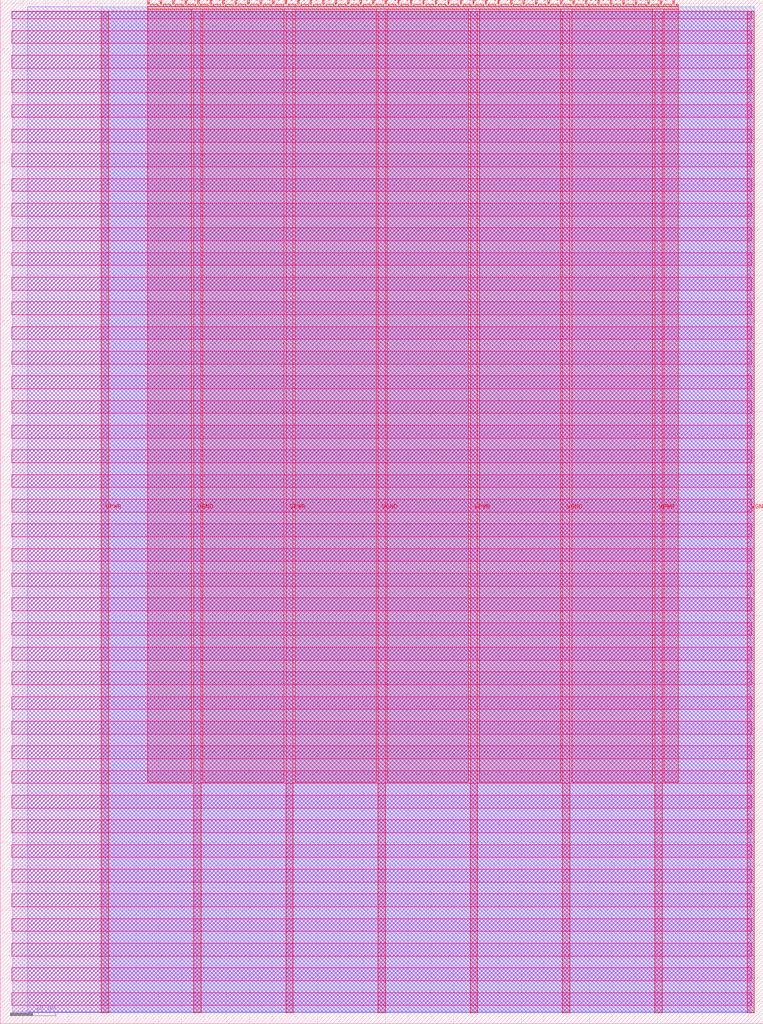
<source format=lef>
VERSION 5.7 ;
  NOWIREEXTENSIONATPIN ON ;
  DIVIDERCHAR "/" ;
  BUSBITCHARS "[]" ;
MACRO tt_um_tiny_game_of_life_dup
  CLASS BLOCK ;
  FOREIGN tt_um_tiny_game_of_life_dup ;
  ORIGIN 0.000 0.000 ;
  SIZE 168.360 BY 225.760 ;
  PIN VGND
    DIRECTION INOUT ;
    USE GROUND ;
    PORT
      LAYER met4 ;
        RECT 42.670 2.480 44.270 223.280 ;
    END
    PORT
      LAYER met4 ;
        RECT 83.380 2.480 84.980 223.280 ;
    END
    PORT
      LAYER met4 ;
        RECT 124.090 2.480 125.690 223.280 ;
    END
    PORT
      LAYER met4 ;
        RECT 164.800 2.480 166.400 223.280 ;
    END
  END VGND
  PIN VPWR
    DIRECTION INOUT ;
    USE POWER ;
    PORT
      LAYER met4 ;
        RECT 22.315 2.480 23.915 223.280 ;
    END
    PORT
      LAYER met4 ;
        RECT 63.025 2.480 64.625 223.280 ;
    END
    PORT
      LAYER met4 ;
        RECT 103.735 2.480 105.335 223.280 ;
    END
    PORT
      LAYER met4 ;
        RECT 144.445 2.480 146.045 223.280 ;
    END
  END VPWR
  PIN clk
    DIRECTION INPUT ;
    USE SIGNAL ;
    ANTENNAGATEAREA 0.852000 ;
    PORT
      LAYER met4 ;
        RECT 145.670 224.760 145.970 225.760 ;
    END
  END clk
  PIN ena
    DIRECTION INPUT ;
    USE SIGNAL ;
    PORT
      LAYER met4 ;
        RECT 148.430 224.760 148.730 225.760 ;
    END
  END ena
  PIN rst_n
    DIRECTION INPUT ;
    USE SIGNAL ;
    ANTENNAGATEAREA 0.213000 ;
    PORT
      LAYER met4 ;
        RECT 142.910 224.760 143.210 225.760 ;
    END
  END rst_n
  PIN ui_in[0]
    DIRECTION INPUT ;
    USE SIGNAL ;
    ANTENNAGATEAREA 0.196500 ;
    PORT
      LAYER met4 ;
        RECT 140.150 224.760 140.450 225.760 ;
    END
  END ui_in[0]
  PIN ui_in[1]
    DIRECTION INPUT ;
    USE SIGNAL ;
    ANTENNAGATEAREA 0.213000 ;
    PORT
      LAYER met4 ;
        RECT 137.390 224.760 137.690 225.760 ;
    END
  END ui_in[1]
  PIN ui_in[2]
    DIRECTION INPUT ;
    USE SIGNAL ;
    PORT
      LAYER met4 ;
        RECT 134.630 224.760 134.930 225.760 ;
    END
  END ui_in[2]
  PIN ui_in[3]
    DIRECTION INPUT ;
    USE SIGNAL ;
    PORT
      LAYER met4 ;
        RECT 131.870 224.760 132.170 225.760 ;
    END
  END ui_in[3]
  PIN ui_in[4]
    DIRECTION INPUT ;
    USE SIGNAL ;
    PORT
      LAYER met4 ;
        RECT 129.110 224.760 129.410 225.760 ;
    END
  END ui_in[4]
  PIN ui_in[5]
    DIRECTION INPUT ;
    USE SIGNAL ;
    PORT
      LAYER met4 ;
        RECT 126.350 224.760 126.650 225.760 ;
    END
  END ui_in[5]
  PIN ui_in[6]
    DIRECTION INPUT ;
    USE SIGNAL ;
    PORT
      LAYER met4 ;
        RECT 123.590 224.760 123.890 225.760 ;
    END
  END ui_in[6]
  PIN ui_in[7]
    DIRECTION INPUT ;
    USE SIGNAL ;
    PORT
      LAYER met4 ;
        RECT 120.830 224.760 121.130 225.760 ;
    END
  END ui_in[7]
  PIN uio_in[0]
    DIRECTION INPUT ;
    USE SIGNAL ;
    PORT
      LAYER met4 ;
        RECT 118.070 224.760 118.370 225.760 ;
    END
  END uio_in[0]
  PIN uio_in[1]
    DIRECTION INPUT ;
    USE SIGNAL ;
    PORT
      LAYER met4 ;
        RECT 115.310 224.760 115.610 225.760 ;
    END
  END uio_in[1]
  PIN uio_in[2]
    DIRECTION INPUT ;
    USE SIGNAL ;
    PORT
      LAYER met4 ;
        RECT 112.550 224.760 112.850 225.760 ;
    END
  END uio_in[2]
  PIN uio_in[3]
    DIRECTION INPUT ;
    USE SIGNAL ;
    PORT
      LAYER met4 ;
        RECT 109.790 224.760 110.090 225.760 ;
    END
  END uio_in[3]
  PIN uio_in[4]
    DIRECTION INPUT ;
    USE SIGNAL ;
    PORT
      LAYER met4 ;
        RECT 107.030 224.760 107.330 225.760 ;
    END
  END uio_in[4]
  PIN uio_in[5]
    DIRECTION INPUT ;
    USE SIGNAL ;
    PORT
      LAYER met4 ;
        RECT 104.270 224.760 104.570 225.760 ;
    END
  END uio_in[5]
  PIN uio_in[6]
    DIRECTION INPUT ;
    USE SIGNAL ;
    PORT
      LAYER met4 ;
        RECT 101.510 224.760 101.810 225.760 ;
    END
  END uio_in[6]
  PIN uio_in[7]
    DIRECTION INPUT ;
    USE SIGNAL ;
    PORT
      LAYER met4 ;
        RECT 98.750 224.760 99.050 225.760 ;
    END
  END uio_in[7]
  PIN uio_oe[0]
    DIRECTION OUTPUT TRISTATE ;
    USE SIGNAL ;
    PORT
      LAYER met4 ;
        RECT 51.830 224.760 52.130 225.760 ;
    END
  END uio_oe[0]
  PIN uio_oe[1]
    DIRECTION OUTPUT TRISTATE ;
    USE SIGNAL ;
    PORT
      LAYER met4 ;
        RECT 49.070 224.760 49.370 225.760 ;
    END
  END uio_oe[1]
  PIN uio_oe[2]
    DIRECTION OUTPUT TRISTATE ;
    USE SIGNAL ;
    PORT
      LAYER met4 ;
        RECT 46.310 224.760 46.610 225.760 ;
    END
  END uio_oe[2]
  PIN uio_oe[3]
    DIRECTION OUTPUT TRISTATE ;
    USE SIGNAL ;
    PORT
      LAYER met4 ;
        RECT 43.550 224.760 43.850 225.760 ;
    END
  END uio_oe[3]
  PIN uio_oe[4]
    DIRECTION OUTPUT TRISTATE ;
    USE SIGNAL ;
    PORT
      LAYER met4 ;
        RECT 40.790 224.760 41.090 225.760 ;
    END
  END uio_oe[4]
  PIN uio_oe[5]
    DIRECTION OUTPUT TRISTATE ;
    USE SIGNAL ;
    PORT
      LAYER met4 ;
        RECT 38.030 224.760 38.330 225.760 ;
    END
  END uio_oe[5]
  PIN uio_oe[6]
    DIRECTION OUTPUT TRISTATE ;
    USE SIGNAL ;
    PORT
      LAYER met4 ;
        RECT 35.270 224.760 35.570 225.760 ;
    END
  END uio_oe[6]
  PIN uio_oe[7]
    DIRECTION OUTPUT TRISTATE ;
    USE SIGNAL ;
    PORT
      LAYER met4 ;
        RECT 32.510 224.760 32.810 225.760 ;
    END
  END uio_oe[7]
  PIN uio_out[0]
    DIRECTION OUTPUT TRISTATE ;
    USE SIGNAL ;
    PORT
      LAYER met4 ;
        RECT 73.910 224.760 74.210 225.760 ;
    END
  END uio_out[0]
  PIN uio_out[1]
    DIRECTION OUTPUT TRISTATE ;
    USE SIGNAL ;
    PORT
      LAYER met4 ;
        RECT 71.150 224.760 71.450 225.760 ;
    END
  END uio_out[1]
  PIN uio_out[2]
    DIRECTION OUTPUT TRISTATE ;
    USE SIGNAL ;
    PORT
      LAYER met4 ;
        RECT 68.390 224.760 68.690 225.760 ;
    END
  END uio_out[2]
  PIN uio_out[3]
    DIRECTION OUTPUT TRISTATE ;
    USE SIGNAL ;
    PORT
      LAYER met4 ;
        RECT 65.630 224.760 65.930 225.760 ;
    END
  END uio_out[3]
  PIN uio_out[4]
    DIRECTION OUTPUT TRISTATE ;
    USE SIGNAL ;
    PORT
      LAYER met4 ;
        RECT 62.870 224.760 63.170 225.760 ;
    END
  END uio_out[4]
  PIN uio_out[5]
    DIRECTION OUTPUT TRISTATE ;
    USE SIGNAL ;
    PORT
      LAYER met4 ;
        RECT 60.110 224.760 60.410 225.760 ;
    END
  END uio_out[5]
  PIN uio_out[6]
    DIRECTION OUTPUT TRISTATE ;
    USE SIGNAL ;
    PORT
      LAYER met4 ;
        RECT 57.350 224.760 57.650 225.760 ;
    END
  END uio_out[6]
  PIN uio_out[7]
    DIRECTION OUTPUT TRISTATE ;
    USE SIGNAL ;
    PORT
      LAYER met4 ;
        RECT 54.590 224.760 54.890 225.760 ;
    END
  END uio_out[7]
  PIN uo_out[0]
    DIRECTION OUTPUT TRISTATE ;
    USE SIGNAL ;
    ANTENNADIFFAREA 0.795200 ;
    PORT
      LAYER met4 ;
        RECT 95.990 224.760 96.290 225.760 ;
    END
  END uo_out[0]
  PIN uo_out[1]
    DIRECTION OUTPUT TRISTATE ;
    USE SIGNAL ;
    ANTENNAGATEAREA 0.873000 ;
    ANTENNADIFFAREA 0.891000 ;
    PORT
      LAYER met4 ;
        RECT 93.230 224.760 93.530 225.760 ;
    END
  END uo_out[1]
  PIN uo_out[2]
    DIRECTION OUTPUT TRISTATE ;
    USE SIGNAL ;
    ANTENNAGATEAREA 0.868500 ;
    ANTENNADIFFAREA 0.891000 ;
    PORT
      LAYER met4 ;
        RECT 90.470 224.760 90.770 225.760 ;
    END
  END uo_out[2]
  PIN uo_out[3]
    DIRECTION OUTPUT TRISTATE ;
    USE SIGNAL ;
    ANTENNAGATEAREA 0.373500 ;
    ANTENNADIFFAREA 0.891000 ;
    PORT
      LAYER met4 ;
        RECT 87.710 224.760 88.010 225.760 ;
    END
  END uo_out[3]
  PIN uo_out[4]
    DIRECTION OUTPUT TRISTATE ;
    USE SIGNAL ;
    ANTENNAGATEAREA 0.378000 ;
    ANTENNADIFFAREA 0.891000 ;
    PORT
      LAYER met4 ;
        RECT 84.950 224.760 85.250 225.760 ;
    END
  END uo_out[4]
  PIN uo_out[5]
    DIRECTION OUTPUT TRISTATE ;
    USE SIGNAL ;
    ANTENNAGATEAREA 0.373500 ;
    ANTENNADIFFAREA 0.891000 ;
    PORT
      LAYER met4 ;
        RECT 82.190 224.760 82.490 225.760 ;
    END
  END uo_out[5]
  PIN uo_out[6]
    DIRECTION OUTPUT TRISTATE ;
    USE SIGNAL ;
    ANTENNAGATEAREA 0.373500 ;
    ANTENNADIFFAREA 0.891000 ;
    PORT
      LAYER met4 ;
        RECT 79.430 224.760 79.730 225.760 ;
    END
  END uo_out[6]
  PIN uo_out[7]
    DIRECTION OUTPUT TRISTATE ;
    USE SIGNAL ;
    ANTENNAGATEAREA 0.373500 ;
    ANTENNADIFFAREA 0.891000 ;
    PORT
      LAYER met4 ;
        RECT 76.670 224.760 76.970 225.760 ;
    END
  END uo_out[7]
  OBS
      LAYER nwell ;
        RECT 2.570 221.625 165.790 223.230 ;
        RECT 2.570 216.185 165.790 219.015 ;
        RECT 2.570 210.745 165.790 213.575 ;
        RECT 2.570 205.305 165.790 208.135 ;
        RECT 2.570 199.865 165.790 202.695 ;
        RECT 2.570 194.425 165.790 197.255 ;
        RECT 2.570 188.985 165.790 191.815 ;
        RECT 2.570 183.545 165.790 186.375 ;
        RECT 2.570 178.105 165.790 180.935 ;
        RECT 2.570 172.665 165.790 175.495 ;
        RECT 2.570 167.225 165.790 170.055 ;
        RECT 2.570 161.785 165.790 164.615 ;
        RECT 2.570 156.345 165.790 159.175 ;
        RECT 2.570 150.905 165.790 153.735 ;
        RECT 2.570 145.465 165.790 148.295 ;
        RECT 2.570 140.025 165.790 142.855 ;
        RECT 2.570 134.585 165.790 137.415 ;
        RECT 2.570 129.145 165.790 131.975 ;
        RECT 2.570 123.705 165.790 126.535 ;
        RECT 2.570 118.265 165.790 121.095 ;
        RECT 2.570 112.825 165.790 115.655 ;
        RECT 2.570 107.385 165.790 110.215 ;
        RECT 2.570 101.945 165.790 104.775 ;
        RECT 2.570 96.505 165.790 99.335 ;
        RECT 2.570 91.065 165.790 93.895 ;
        RECT 2.570 85.625 165.790 88.455 ;
        RECT 2.570 80.185 165.790 83.015 ;
        RECT 2.570 74.745 165.790 77.575 ;
        RECT 2.570 69.305 165.790 72.135 ;
        RECT 2.570 63.865 165.790 66.695 ;
        RECT 2.570 58.425 165.790 61.255 ;
        RECT 2.570 52.985 165.790 55.815 ;
        RECT 2.570 47.545 165.790 50.375 ;
        RECT 2.570 42.105 165.790 44.935 ;
        RECT 2.570 36.665 165.790 39.495 ;
        RECT 2.570 31.225 165.790 34.055 ;
        RECT 2.570 25.785 165.790 28.615 ;
        RECT 2.570 20.345 165.790 23.175 ;
        RECT 2.570 14.905 165.790 17.735 ;
        RECT 2.570 9.465 165.790 12.295 ;
        RECT 2.570 4.025 165.790 6.855 ;
      LAYER li1 ;
        RECT 2.760 2.635 165.600 223.125 ;
      LAYER met1 ;
        RECT 2.760 2.480 166.400 223.280 ;
      LAYER met2 ;
        RECT 6.080 2.535 166.370 224.245 ;
      LAYER met3 ;
        RECT 22.325 2.555 166.390 224.225 ;
      LAYER met4 ;
        RECT 33.210 224.360 34.870 224.760 ;
        RECT 35.970 224.360 37.630 224.760 ;
        RECT 38.730 224.360 40.390 224.760 ;
        RECT 41.490 224.360 43.150 224.760 ;
        RECT 44.250 224.360 45.910 224.760 ;
        RECT 47.010 224.360 48.670 224.760 ;
        RECT 49.770 224.360 51.430 224.760 ;
        RECT 52.530 224.360 54.190 224.760 ;
        RECT 55.290 224.360 56.950 224.760 ;
        RECT 58.050 224.360 59.710 224.760 ;
        RECT 60.810 224.360 62.470 224.760 ;
        RECT 63.570 224.360 65.230 224.760 ;
        RECT 66.330 224.360 67.990 224.760 ;
        RECT 69.090 224.360 70.750 224.760 ;
        RECT 71.850 224.360 73.510 224.760 ;
        RECT 74.610 224.360 76.270 224.760 ;
        RECT 77.370 224.360 79.030 224.760 ;
        RECT 80.130 224.360 81.790 224.760 ;
        RECT 82.890 224.360 84.550 224.760 ;
        RECT 85.650 224.360 87.310 224.760 ;
        RECT 88.410 224.360 90.070 224.760 ;
        RECT 91.170 224.360 92.830 224.760 ;
        RECT 93.930 224.360 95.590 224.760 ;
        RECT 96.690 224.360 98.350 224.760 ;
        RECT 99.450 224.360 101.110 224.760 ;
        RECT 102.210 224.360 103.870 224.760 ;
        RECT 104.970 224.360 106.630 224.760 ;
        RECT 107.730 224.360 109.390 224.760 ;
        RECT 110.490 224.360 112.150 224.760 ;
        RECT 113.250 224.360 114.910 224.760 ;
        RECT 116.010 224.360 117.670 224.760 ;
        RECT 118.770 224.360 120.430 224.760 ;
        RECT 121.530 224.360 123.190 224.760 ;
        RECT 124.290 224.360 125.950 224.760 ;
        RECT 127.050 224.360 128.710 224.760 ;
        RECT 129.810 224.360 131.470 224.760 ;
        RECT 132.570 224.360 134.230 224.760 ;
        RECT 135.330 224.360 136.990 224.760 ;
        RECT 138.090 224.360 139.750 224.760 ;
        RECT 140.850 224.360 142.510 224.760 ;
        RECT 143.610 224.360 145.270 224.760 ;
        RECT 146.370 224.360 148.030 224.760 ;
        RECT 149.130 224.360 149.665 224.760 ;
        RECT 32.495 223.680 149.665 224.360 ;
        RECT 32.495 53.215 42.270 223.680 ;
        RECT 44.670 53.215 62.625 223.680 ;
        RECT 65.025 53.215 82.980 223.680 ;
        RECT 85.380 53.215 103.335 223.680 ;
        RECT 105.735 53.215 123.690 223.680 ;
        RECT 126.090 53.215 144.045 223.680 ;
        RECT 146.445 53.215 149.665 223.680 ;
  END
END tt_um_tiny_game_of_life_dup
END LIBRARY


</source>
